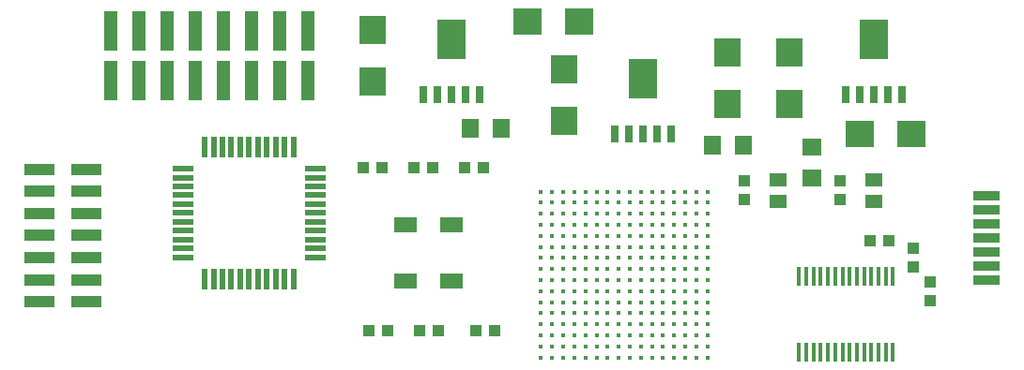
<source format=gtp>
%FSLAX24Y24*%
%MOIN*%
G70*
G01*
G75*
G04 Layer_Color=8421504*
G04 Layer_Color=8421504*
%ADD10R,0.0394X0.0433*%
%ADD11C,0.0177*%
%ADD12R,0.0748X0.0197*%
%ADD13R,0.0197X0.0748*%
%ADD14R,0.0177X0.0669*%
%ADD15R,0.0177X0.0669*%
%ADD16R,0.0500X0.1449*%
%ADD17R,0.0787X0.0551*%
%ADD18R,0.1083X0.0394*%
%ADD19R,0.0945X0.0354*%
%ADD20R,0.0433X0.0394*%
%ADD21R,0.1024X0.0945*%
%ADD22R,0.0630X0.0709*%
%ADD23R,0.0945X0.1024*%
%ADD24R,0.1000X0.1400*%
%ADD25R,0.0300X0.0600*%
%ADD26R,0.0709X0.0630*%
%ADD27R,0.0630X0.0512*%
%ADD28C,0.0060*%
%ADD29C,0.0120*%
%ADD30C,0.0100*%
%ADD31C,0.0200*%
%ADD32C,0.0110*%
%ADD33C,0.0160*%
%ADD34C,0.0300*%
%ADD35R,0.0591X0.0591*%
%ADD36C,0.0591*%
%ADD37C,0.1339*%
%ADD38C,0.1339*%
%ADD39C,0.0433*%
%ADD40C,0.0669*%
%ADD41C,0.0200*%
%ADD42C,0.0400*%
%ADD43R,0.0276X0.0354*%
%ADD44R,0.0354X0.0276*%
%ADD45R,0.0276X0.0787*%
%ADD46R,0.0512X0.1339*%
%ADD47C,0.0098*%
%ADD48C,0.0079*%
%ADD49C,0.0080*%
%ADD50C,0.0070*%
%ADD51C,0.0040*%
%ADD52C,0.0600*%
%ADD53C,0.0150*%
%ADD54R,0.0098X0.1575*%
D10*
X46600Y52735D02*
D03*
Y52065D02*
D03*
X50000Y52735D02*
D03*
Y52065D02*
D03*
X53200Y48465D02*
D03*
Y49135D02*
D03*
X52600Y50335D02*
D03*
Y49665D02*
D03*
D11*
X39370Y51969D02*
D03*
X40157Y51181D02*
D03*
Y51575D02*
D03*
X39370Y46457D02*
D03*
X41339D02*
D03*
X43307D02*
D03*
X45276D02*
D03*
X39370Y46850D02*
D03*
X39764D02*
D03*
X42126D02*
D03*
X44882D02*
D03*
X45276D02*
D03*
X39370Y47244D02*
D03*
X39764D02*
D03*
X40157D02*
D03*
X40551D02*
D03*
X40945D02*
D03*
X41339D02*
D03*
X41732D02*
D03*
X42126D02*
D03*
X42520D02*
D03*
X42913D02*
D03*
X43307D02*
D03*
X43701D02*
D03*
X44094D02*
D03*
X44488D02*
D03*
X44882D02*
D03*
X45276D02*
D03*
X39370Y47638D02*
D03*
X39764D02*
D03*
X40157D02*
D03*
X40551D02*
D03*
X40945D02*
D03*
X41339D02*
D03*
X41732D02*
D03*
X42126D02*
D03*
X42520D02*
D03*
X42913D02*
D03*
X43307D02*
D03*
X43701D02*
D03*
X44094D02*
D03*
X44488D02*
D03*
X44882D02*
D03*
X45276D02*
D03*
X39370Y48032D02*
D03*
X39764D02*
D03*
X40157D02*
D03*
X40551D02*
D03*
X40945D02*
D03*
X41339D02*
D03*
X41732D02*
D03*
X42126D02*
D03*
X42520D02*
D03*
X42913D02*
D03*
X43307D02*
D03*
X43701D02*
D03*
X44094D02*
D03*
X44488D02*
D03*
X44882D02*
D03*
X45276D02*
D03*
X39370Y48425D02*
D03*
X39764D02*
D03*
X40157D02*
D03*
X40551D02*
D03*
X40945D02*
D03*
X41339D02*
D03*
X41732D02*
D03*
X42126D02*
D03*
X42520D02*
D03*
X42913D02*
D03*
X43307D02*
D03*
X43701D02*
D03*
X44094D02*
D03*
X44488D02*
D03*
X44882D02*
D03*
X45276D02*
D03*
X39370Y48819D02*
D03*
X39764D02*
D03*
X40157D02*
D03*
X40551D02*
D03*
X40945D02*
D03*
X41339D02*
D03*
X41732D02*
D03*
X42126D02*
D03*
X42520D02*
D03*
X42913D02*
D03*
X43307D02*
D03*
X43701D02*
D03*
X44094D02*
D03*
X44488D02*
D03*
X44882D02*
D03*
X45276D02*
D03*
X39370Y49213D02*
D03*
X39764D02*
D03*
X40157D02*
D03*
X40551D02*
D03*
X40945D02*
D03*
X41339D02*
D03*
X41732D02*
D03*
X42126D02*
D03*
X42520D02*
D03*
X42913D02*
D03*
X43307D02*
D03*
X43701D02*
D03*
X44094D02*
D03*
X44488D02*
D03*
X44882D02*
D03*
X45276D02*
D03*
X39370Y49606D02*
D03*
X39764D02*
D03*
X40157D02*
D03*
X40551D02*
D03*
X40945D02*
D03*
X41339D02*
D03*
X41732D02*
D03*
X42126D02*
D03*
X42520D02*
D03*
X42913D02*
D03*
X43307D02*
D03*
X43701D02*
D03*
X44094D02*
D03*
X44488D02*
D03*
X44882D02*
D03*
X45276D02*
D03*
X39370Y50000D02*
D03*
X39764D02*
D03*
X40157D02*
D03*
X40551D02*
D03*
X40945D02*
D03*
X41339D02*
D03*
X41732D02*
D03*
X42126D02*
D03*
X42520D02*
D03*
X42913D02*
D03*
X43307D02*
D03*
X43701D02*
D03*
X44094D02*
D03*
X44488D02*
D03*
X44882D02*
D03*
X45276D02*
D03*
X39370Y50394D02*
D03*
X39764D02*
D03*
X40157D02*
D03*
X40551D02*
D03*
X40945D02*
D03*
X41339D02*
D03*
X41732D02*
D03*
X42126D02*
D03*
X42520D02*
D03*
X42913D02*
D03*
X43307D02*
D03*
X43701D02*
D03*
X44094D02*
D03*
X44488D02*
D03*
X44882D02*
D03*
X45276D02*
D03*
X39370Y50787D02*
D03*
X39764D02*
D03*
X40157D02*
D03*
X40551D02*
D03*
X40945D02*
D03*
X41339D02*
D03*
X41732D02*
D03*
X42126D02*
D03*
X42520D02*
D03*
X42913D02*
D03*
X43307D02*
D03*
X43701D02*
D03*
X44094D02*
D03*
X44488D02*
D03*
X44882D02*
D03*
X45276D02*
D03*
X39370Y51181D02*
D03*
X39764D02*
D03*
X40551D02*
D03*
X40945D02*
D03*
X41339D02*
D03*
X41732D02*
D03*
X42126D02*
D03*
X42520D02*
D03*
X42913D02*
D03*
X43307D02*
D03*
X43701D02*
D03*
X44094D02*
D03*
X44488D02*
D03*
X44882D02*
D03*
X45276D02*
D03*
X39370Y51575D02*
D03*
X39764D02*
D03*
X40551D02*
D03*
X40945D02*
D03*
X41339D02*
D03*
X41732D02*
D03*
X42126D02*
D03*
X42520D02*
D03*
X42913D02*
D03*
X43307D02*
D03*
X43701D02*
D03*
X44094D02*
D03*
X44488D02*
D03*
X44882D02*
D03*
X45276D02*
D03*
X39764Y51969D02*
D03*
X40157D02*
D03*
X40551D02*
D03*
X40945D02*
D03*
X41339D02*
D03*
X41732D02*
D03*
X42126D02*
D03*
X42520D02*
D03*
X42913D02*
D03*
X43307D02*
D03*
X43701D02*
D03*
X44094D02*
D03*
X44488D02*
D03*
X44882D02*
D03*
X45276D02*
D03*
X39370Y52362D02*
D03*
X39764D02*
D03*
X40157D02*
D03*
X40551D02*
D03*
X40945D02*
D03*
X41339D02*
D03*
X41732D02*
D03*
X42126D02*
D03*
X42520D02*
D03*
X42913D02*
D03*
X43307D02*
D03*
X43701D02*
D03*
X44094D02*
D03*
X44488D02*
D03*
X44882D02*
D03*
X45276D02*
D03*
X40945Y46850D02*
D03*
X40551D02*
D03*
Y46457D02*
D03*
X40157Y46850D02*
D03*
Y46457D02*
D03*
X39764D02*
D03*
X41732Y46850D02*
D03*
X41339D02*
D03*
X40945Y46457D02*
D03*
X42126D02*
D03*
X41732D02*
D03*
X44882D02*
D03*
X44488Y46850D02*
D03*
Y46457D02*
D03*
X44094Y46850D02*
D03*
Y46457D02*
D03*
X43701Y46850D02*
D03*
Y46457D02*
D03*
X43307Y46850D02*
D03*
X42913D02*
D03*
Y46457D02*
D03*
X42520Y46850D02*
D03*
Y46457D02*
D03*
D12*
X26657Y53175D02*
D03*
Y52860D02*
D03*
Y52545D02*
D03*
Y52230D02*
D03*
Y51915D02*
D03*
Y51600D02*
D03*
Y51285D02*
D03*
Y50970D02*
D03*
Y50655D02*
D03*
Y50340D02*
D03*
Y50025D02*
D03*
X31343Y53175D02*
D03*
Y52860D02*
D03*
Y52545D02*
D03*
Y52230D02*
D03*
Y51915D02*
D03*
Y51600D02*
D03*
Y51285D02*
D03*
Y50970D02*
D03*
Y50655D02*
D03*
Y50340D02*
D03*
Y50025D02*
D03*
D13*
X27425Y49257D02*
D03*
X27740D02*
D03*
X28055D02*
D03*
X28370D02*
D03*
X28685D02*
D03*
X29000D02*
D03*
X29315D02*
D03*
X29630D02*
D03*
X29945D02*
D03*
X30260D02*
D03*
X30575D02*
D03*
X27425Y53943D02*
D03*
X27740D02*
D03*
X28055D02*
D03*
X28370D02*
D03*
X28685D02*
D03*
X29000D02*
D03*
X29315D02*
D03*
X29630D02*
D03*
X29945D02*
D03*
X30260D02*
D03*
X30575D02*
D03*
D14*
X51863Y49339D02*
D03*
D15*
X51607D02*
D03*
X51352D02*
D03*
X51096D02*
D03*
X50840D02*
D03*
X50584D02*
D03*
X50328D02*
D03*
X50072D02*
D03*
X49816D02*
D03*
X49560D02*
D03*
X49304D02*
D03*
X49048D02*
D03*
X48793D02*
D03*
X48537D02*
D03*
X51863Y46661D02*
D03*
X51607D02*
D03*
X51352D02*
D03*
X51096D02*
D03*
X50840D02*
D03*
X50584D02*
D03*
X50328D02*
D03*
X50072D02*
D03*
X49816D02*
D03*
X49560D02*
D03*
X49304D02*
D03*
X49048D02*
D03*
X48793D02*
D03*
X48537D02*
D03*
D16*
X24100Y58074D02*
D03*
Y56326D02*
D03*
X25100Y58074D02*
D03*
Y56326D02*
D03*
X26100Y58074D02*
D03*
Y56326D02*
D03*
X27100Y58074D02*
D03*
Y56326D02*
D03*
X28100Y58074D02*
D03*
Y56326D02*
D03*
X29100Y58074D02*
D03*
Y56326D02*
D03*
X30100Y58074D02*
D03*
Y56326D02*
D03*
X31100Y58074D02*
D03*
Y56326D02*
D03*
D17*
X36203Y49184D02*
D03*
Y51184D02*
D03*
X34550D02*
D03*
Y49184D02*
D03*
D18*
X23237Y48438D02*
D03*
Y49225D02*
D03*
Y50013D02*
D03*
Y50800D02*
D03*
Y51587D02*
D03*
Y52375D02*
D03*
X21563Y48438D02*
D03*
Y49225D02*
D03*
Y50013D02*
D03*
Y50800D02*
D03*
Y51587D02*
D03*
Y52375D02*
D03*
X23237Y53162D02*
D03*
X21563D02*
D03*
D19*
X55200Y52200D02*
D03*
Y51700D02*
D03*
Y51200D02*
D03*
Y50700D02*
D03*
Y50200D02*
D03*
Y49700D02*
D03*
Y49200D02*
D03*
D20*
X51065Y50600D02*
D03*
X51735D02*
D03*
X37335Y53200D02*
D03*
X36665D02*
D03*
X33935Y47400D02*
D03*
X33265D02*
D03*
X37735D02*
D03*
X37065D02*
D03*
X35065D02*
D03*
X35735D02*
D03*
X33735Y53200D02*
D03*
X33065D02*
D03*
X34865D02*
D03*
X35535D02*
D03*
D21*
X40706Y58400D02*
D03*
X38894D02*
D03*
X52506Y54400D02*
D03*
X50694D02*
D03*
D22*
X37951Y54600D02*
D03*
X36849D02*
D03*
X46551Y54000D02*
D03*
X45449D02*
D03*
D23*
X33400Y58106D02*
D03*
Y56294D02*
D03*
X46000Y57306D02*
D03*
Y55494D02*
D03*
X40200Y56706D02*
D03*
Y54894D02*
D03*
X48200Y57306D02*
D03*
Y55494D02*
D03*
D24*
X43000Y56368D02*
D03*
X51200Y57769D02*
D03*
X36200D02*
D03*
D25*
X42500Y54400D02*
D03*
X44000D02*
D03*
X42000D02*
D03*
X43500D02*
D03*
X43000D02*
D03*
X50700Y55800D02*
D03*
X52200D02*
D03*
X50200D02*
D03*
X51700D02*
D03*
X51200D02*
D03*
X36200D02*
D03*
X36700D02*
D03*
X35200D02*
D03*
X37200D02*
D03*
X35700D02*
D03*
D26*
X49000Y52849D02*
D03*
Y53951D02*
D03*
D27*
X47800Y52774D02*
D03*
Y52026D02*
D03*
X51200Y52774D02*
D03*
Y52026D02*
D03*
M02*

</source>
